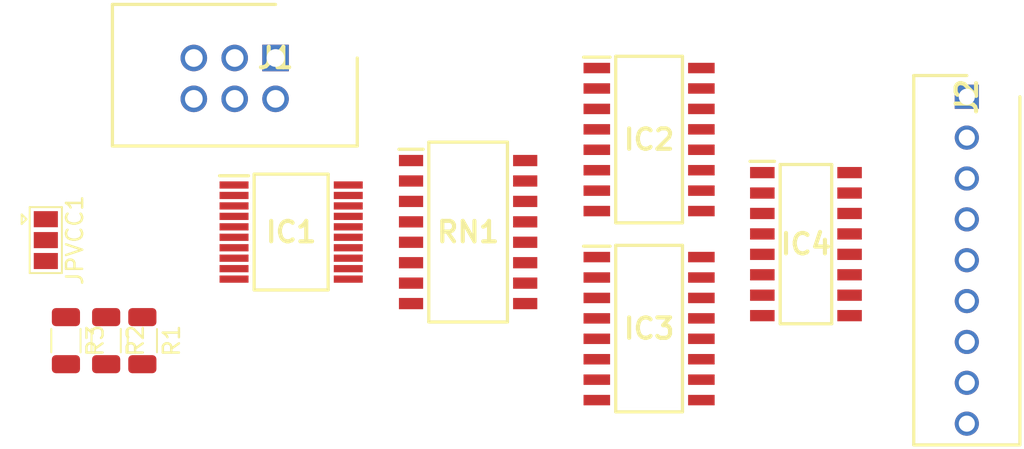
<source format=kicad_pcb>
(kicad_pcb (version 20240108) (generator "pcbnew") (generator_version "8.0")
  (layers (0 "F.Cu" signal) (31 "B.Cu" signal) (34 "B.Paste" user) (35 "F.Paste" user) (36 "B.SilkS" user "B.Silkscreen") (37 "F.SilkS" user "F.Silkscreen") (38 "B.Mask" user) (39 "F.Mask" user) (44 "Edge.Cuts" user))
  (net 0 "")
  (net 1 "+5V")
  (net 2 "Net-(IC1-GP6)")
  (net 3 "Net-(IC1-GP3)")
  (net 5 "Net-(IC1-GP4)")
  (net 6 "SDA")
  (net 7 "Net-(IC1-~{RESET})")
  (net 8 "dual")
  (net 9 "GNDD")
  (net 11 "Net-(IC1-GP1)")
  (net 12 "Net-(IC1-GP2)")
  (net 14 "SCL")
  (net 15 "Net-(IC1-GP5)")
  (net 16 "Net-(IC1-GP0)")
  (net 17 "Net-(IC1-A2)")
  (net 21 "VCC")
  (net 22 "Net-(IC2-EMITTER_3)")
  (net 23 "Net-(IC2-EMITTER_2)")
  (net 24 "Net-(IC3-EMITTER_3)")
  (net 25 "Net-(IC3-EMITTER_4)")
  (net 26 "Net-(IC3-EMITTER_1)")
  (net 27 "Net-(IC3-EMITTER_2)")
  (net 28 "Net-(IC4-7C)")
  (net 29 "Net-(IC4-6C)")
  (net 30 "Net-(IC4-5C)")
  (net 31 "Net-(IC4-E)")
  (net 32 "Net-(IC4-2C)")
  (net 33 "Net-(IC4-3C)")
  (net 34 "Net-(IC4-4C)")
  (net 35 "Net-(JPVCC1-A)")
  (net 36 "Net-(IC2-ANODE_2)")
  (net 37 "Net-(IC2-ANODE_3)")
  (net 38 "Net-(IC3-ANODE_3)")
  (net 39 "Net-(IC3-ANODE_1)")
  (net 40 "Net-(IC3-ANODE_2)")
  (net 41 "Net-(IC3-ANODE_4)")
  (net 42 "Net-(IC4-1C)")
  (net 47 "Net-(IC2-ANODE_4)")
  (net 48 "Net-(IC2-EMITTER_1)")
  (footprint "Samacsys:SOIC127P600X175-16N" (layer "F.Cu") (at 155 96.75)
    (property "Reference" "IC4" (at 0 0 0) (layer "F.SilkS") (effects (font (size 1.27 1.27) (thickness 0.254))))
    (property "Value" "ULN2003ADR" (hide yes))
    (fp_line (start -3.475 -5.145) (end -1.95 -5.145) (stroke (width 0.2)) (layer "F.SilkS"))
    (fp_line (start -1.6 -4.95) (end 1.6 -4.95) (stroke (width 0.2)) (layer "F.SilkS"))
    (fp_line (start -1.6 4.95) (end -1.6 -4.95) (stroke (width 0.2)) (layer "F.SilkS"))
    (fp_line (start 1.6 -4.95) (end 1.6 4.95) (stroke (width 0.2)) (layer "F.SilkS"))
    (fp_line (start 1.6 4.95) (end -1.6 4.95) (stroke (width 0.2)) (layer "F.SilkS"))
    (pad "1" smd rect (at -2.712 -4.445 90) (size 0.7 1.525) (layers "F.Cu" "F.Paste" "F.Mask") (net 22 "Net-(IC2-EMITTER_3)"))
    (pad "2" smd rect (at -2.712 -3.175 90) (size 0.7 1.525) (layers "F.Cu" "F.Paste" "F.Mask") (net 23 "Net-(IC2-EMITTER_2)"))
    (pad "3" smd rect (at -2.712 -1.905 90) (size 0.7 1.525) (layers "F.Cu" "F.Paste" "F.Mask") (net 48 "Net-(IC2-EMITTER_1)"))
    (pad "4" smd rect (at -2.712 -0.635 90) (size 0.7 1.525) (layers "F.Cu" "F.Paste" "F.Mask") (net 25 "Net-(IC3-EMITTER_4)"))
    (pad "5" smd rect (at -2.712 0.635 90) (size 0.7 1.525) (layers "F.Cu" "F.Paste" "F.Mask") (net 24 "Net-(IC3-EMITTER_3)"))
    (pad "6" smd rect (at -2.712 1.905 90) (size 0.7 1.525) (layers "F.Cu" "F.Paste" "F.Mask") (net 27 "Net-(IC3-EMITTER_2)"))
    (pad "7" smd rect (at -2.712 3.175 90) (size 0.7 1.525) (layers "F.Cu" "F.Paste" "F.Mask") (net 26 "Net-(IC3-EMITTER_1)"))
    (pad "8" smd rect (at -2.712 4.445 90) (size 0.7 1.525) (layers "F.Cu" "F.Paste" "F.Mask") (net 31 "Net-(IC4-E)"))
    (pad "9" smd rect (at 2.712 4.445 90) (size 0.7 1.525) (layers "F.Cu" "F.Paste" "F.Mask") (net 21 "VCC"))
    (pad "10" smd rect (at 2.712 3.175 90) (size 0.7 1.525) (layers "F.Cu" "F.Paste" "F.Mask") (net 28 "Net-(IC4-7C)"))
    (pad "11" smd rect (at 2.712 1.905 90) (size 0.7 1.525) (layers "F.Cu" "F.Paste" "F.Mask") (net 29 "Net-(IC4-6C)"))
    (pad "12" smd rect (at 2.712 0.635 90) (size 0.7 1.525) (layers "F.Cu" "F.Paste" "F.Mask") (net 30 "Net-(IC4-5C)"))
    (pad "13" smd rect (at 2.712 -0.635 90) (size 0.7 1.525) (layers "F.Cu" "F.Paste" "F.Mask") (net 34 "Net-(IC4-4C)"))
    (pad "14" smd rect (at 2.712 -1.905 90) (size 0.7 1.525) (layers "F.Cu" "F.Paste" "F.Mask") (net 33 "Net-(IC4-3C)"))
    (pad "15" smd rect (at 2.712 -3.175 90) (size 0.7 1.525) (layers "F.Cu" "F.Paste" "F.Mask") (net 32 "Net-(IC4-2C)"))
    (pad "16" smd rect (at 2.712 -4.445 90) (size 0.7 1.525) (layers "F.Cu" "F.Paste" "F.Mask") (net 42 "Net-(IC4-1C)"))
  )
  (footprint "Samacsys:SOIC127P700X220-16N" (layer "F.Cu") (at 145.25 102)
    (property "Reference" "IC3" (at 0 0 0) (layer "F.SilkS") (effects (font (size 1.27 1.27) (thickness 0.254))))
    (property "Value" "TLP293-4_GB,E" (hide yes))
    (fp_line (start -4.075 -5.12) (end -2.425 -5.12) (stroke (width 0.2)) (layer "F.SilkS"))
    (fp_line (start -2.075 -5.175) (end 2.075 -5.175) (stroke (width 0.2)) (layer "F.SilkS"))
    (fp_line (start -2.075 5.175) (end -2.075 -5.175) (stroke (width 0.2)) (layer "F.SilkS"))
    (fp_line (start 2.075 -5.175) (end 2.075 5.175) (stroke (width 0.2)) (layer "F.SilkS"))
    (fp_line (start 2.075 5.175) (end -2.075 5.175) (stroke (width 0.2)) (layer "F.SilkS"))
    (pad "1" smd rect (at -3.25 -4.445 90) (size 0.65 1.65) (layers "F.Cu" "F.Paste" "F.Mask") (net 39 "Net-(IC3-ANODE_1)"))
    (pad "2" smd rect (at -3.25 -3.175 90) (size 0.65 1.65) (layers "F.Cu" "F.Paste" "F.Mask") (net 9 "GNDD"))
    (pad "3" smd rect (at -3.25 -1.905 90) (size 0.65 1.65) (layers "F.Cu" "F.Paste" "F.Mask") (net 40 "Net-(IC3-ANODE_2)"))
    (pad "4" smd rect (at -3.25 -0.635 90) (size 0.65 1.65) (layers "F.Cu" "F.Paste" "F.Mask") (net 9 "GNDD"))
    (pad "5" smd rect (at -3.25 0.635 90) (size 0.65 1.65) (layers "F.Cu" "F.Paste" "F.Mask") (net 38 "Net-(IC3-ANODE_3)"))
    (pad "6" smd rect (at -3.25 1.905 90) (size 0.65 1.65) (layers "F.Cu" "F.Paste" "F.Mask") (net 9 "GNDD"))
    (pad "7" smd rect (at -3.25 3.175 90) (size 0.65 1.65) (layers "F.Cu" "F.Paste" "F.Mask") (net 41 "Net-(IC3-ANODE_4)"))
    (pad "8" smd rect (at -3.25 4.445 90) (size 0.65 1.65) (layers "F.Cu" "F.Paste" "F.Mask") (net 9 "GNDD"))
    (pad "9" smd rect (at 3.25 4.445 90) (size 0.65 1.65) (layers "F.Cu" "F.Paste" "F.Mask") (net 26 "Net-(IC3-EMITTER_1)"))
    (pad "10" smd rect (at 3.25 3.175 90) (size 0.65 1.65) (layers "F.Cu" "F.Paste" "F.Mask") (net 21 "VCC"))
    (pad "11" smd rect (at 3.25 1.905 90) (size 0.65 1.65) (layers "F.Cu" "F.Paste" "F.Mask") (net 27 "Net-(IC3-EMITTER_2)"))
    (pad "12" smd rect (at 3.25 0.635 90) (size 0.65 1.65) (layers "F.Cu" "F.Paste" "F.Mask") (net 21 "VCC"))
    (pad "13" smd rect (at 3.25 -0.635 90) (size 0.65 1.65) (layers "F.Cu" "F.Paste" "F.Mask") (net 24 "Net-(IC3-EMITTER_3)"))
    (pad "14" smd rect (at 3.25 -1.905 90) (size 0.65 1.65) (layers "F.Cu" "F.Paste" "F.Mask") (net 21 "VCC"))
    (pad "15" smd rect (at 3.25 -3.175 90) (size 0.65 1.65) (layers "F.Cu" "F.Paste" "F.Mask") (net 25 "Net-(IC3-EMITTER_4)"))
    (pad "16" smd rect (at 3.25 -4.445 90) (size 0.65 1.65) (layers "F.Cu" "F.Paste" "F.Mask") (net 21 "VCC"))
  )
  (footprint "Samacsys:SHDR6W64P254_2X3_1522X880X920P" (layer "F.Cu") (at 122.03 85.18 180)
    (property "Reference" "J1" (at 0 0 0) (layer "F.SilkS") (effects (font (size 1.27 1.27) (thickness 0.254))))
    (property "Value" "BHR-06-VUA" (hide yes))
    (fp_line (start 10.14 3.33) (end 10.14 -5.47) (stroke (width 0.2)) (layer "F.SilkS"))
    (fp_line (start 10.14 -5.47) (end -5.08 -5.47) (stroke (width 0.2)) (layer "F.SilkS"))
    (fp_line (start 0 3.33) (end 10.14 3.33) (stroke (width 0.2)) (layer "F.SilkS"))
    (fp_line (start -5.08 -5.47) (end -5.08 0) (stroke (width 0.2)) (layer "F.SilkS"))
    (pad "1" thru_hole rect (at 0 0 180) (size 1.65 1.65) (drill 1.1) (layers "*.Cu" "*.Mask") (net 1 "+5V"))
    (pad "2" thru_hole circle (at 0 -2.54 180) (size 1.65 1.65) (drill 1.1) (layers "*.Cu" "*.Mask") (net 1 "+5V"))
    (pad "3" thru_hole circle (at 2.54 0 180) (size 1.65 1.65) (drill 1.1) (layers "*.Cu" "*.Mask") (net 9 "GNDD"))
    (pad "4" thru_hole circle (at 2.54 -2.54 180) (size 1.65 1.65) (drill 1.1) (layers "*.Cu" "*.Mask") (net 9 "GNDD"))
    (pad "5" thru_hole circle (at 5.08 0 180) (size 1.65 1.65) (drill 1.1) (layers "*.Cu" "*.Mask") (net 14 "SCL"))
    (pad "6" thru_hole circle (at 5.08 -2.54 180) (size 1.65 1.65) (drill 1.1) (layers "*.Cu" "*.Mask") (net 6 "SDA"))
  )
  (footprint "Resistor_SMD:R_1206_3216Metric" (layer "F.Cu") (at 113.75 102.75 -90)
    (property "Reference" "R1" (at 0 -1.82 90) (layer "F.SilkS"))
    (property "Value" "4.7k")
    (fp_line (start -0.727064 0.91) (end 0.727064 0.91) (stroke (width 0.12)) (layer "F.SilkS"))
    (fp_line (start -0.727064 -0.91) (end 0.727064 -0.91) (stroke (width 0.12)) (layer "F.SilkS"))
    (pad "1" smd roundrect (at -1.4625 0 270) (size 1.125 1.75) (layers "F.Cu" "F.Paste" "F.Mask") (roundrect_rratio 0.222222) (net 17 "Net-(IC1-A2)"))
    (pad "2" smd roundrect (at 1.4625 0 270) (size 1.125 1.75) (layers "F.Cu" "F.Paste" "F.Mask") (roundrect_rratio 0.222222) (net 1 "+5V"))
  )
  (footprint "Samacsys:HDRV9W82P0X254_1X9_2271X635X1066P" (layer "F.Cu") (at 165 87.59 -90)
    (property "Reference" "J2" (at 0 0 90) (layer "F.SilkS") (effects (font (size 1.27 1.27) (thickness 0.254))))
    (property "Value" "22-23-2091" (hide yes))
    (fp_line (start -1.32 3.3) (end 21.64 3.3) (stroke (width 0.2)) (layer "F.SilkS"))
    (fp_line (start 21.64 3.3) (end 21.64 -3.3) (stroke (width 0.2)) (layer "F.SilkS"))
    (fp_line (start -1.32 0) (end -1.32 3.3) (stroke (width 0.2)) (layer "F.SilkS"))
    (fp_line (start 21.64 -3.3) (end 0 -3.3) (stroke (width 0.2)) (layer "F.SilkS"))
    (pad "1" thru_hole rect (at 0 0 270) (size 1.5 1.5) (drill 1) (layers "*.Cu" "*.Mask") (net 21 "VCC"))
    (pad "2" thru_hole circle (at 2.54 0 270) (size 1.5 1.5) (drill 1) (layers "*.Cu" "*.Mask") (net 31 "Net-(IC4-E)"))
    (pad "3" thru_hole circle (at 5.08 0 270) (size 1.5 1.5) (drill 1) (layers "*.Cu" "*.Mask") (net 42 "Net-(IC4-1C)"))
    (pad "4" thru_hole circle (at 7.62 0 270) (size 1.5 1.5) (drill 1) (layers "*.Cu" "*.Mask") (net 32 "Net-(IC4-2C)"))
    (pad "5" thru_hole circle (at 10.16 0 270) (size 1.5 1.5) (drill 1) (layers "*.Cu" "*.Mask") (net 33 "Net-(IC4-3C)"))
    (pad "6" thru_hole circle (at 12.7 0 270) (size 1.5 1.5) (drill 1) (layers "*.Cu" "*.Mask") (net 34 "Net-(IC4-4C)"))
    (pad "7" thru_hole circle (at 15.24 0 270) (size 1.5 1.5) (drill 1) (layers "*.Cu" "*.Mask") (net 30 "Net-(IC4-5C)"))
    (pad "8" thru_hole circle (at 17.78 0 270) (size 1.5 1.5) (drill 1) (layers "*.Cu" "*.Mask") (net 29 "Net-(IC4-6C)"))
    (pad "9" thru_hole circle (at 20.32 0 270) (size 1.5 1.5) (drill 1) (layers "*.Cu" "*.Mask") (net 28 "Net-(IC4-7C)"))
  )
  (footprint "Resistor_SMD:R_1206_3216Metric" (layer "F.Cu") (at 109 102.75 -90)
    (property "Reference" "R3" (at 0 -1.82 90) (layer "F.SilkS"))
    (property "Value" "4.7k")
    (fp_line (start -0.727064 0.91) (end 0.727064 0.91) (stroke (width 0.12)) (layer "F.SilkS"))
    (fp_line (start -0.727064 -0.91) (end 0.727064 -0.91) (stroke (width 0.12)) (layer "F.SilkS"))
    (pad "1" smd roundrect (at -1.4625 0 270) (size 1.125 1.75) (layers "F.Cu" "F.Paste" "F.Mask") (roundrect_rratio 0.222222) (net 35 "Net-(JPVCC1-A)"))
    (pad "2" smd roundrect (at 1.4625 0 270) (size 1.125 1.75) (layers "F.Cu" "F.Paste" "F.Mask") (roundrect_rratio 0.222222) (net 1 "+5V"))
  )
  (footprint "Samacsys:SOP65P780X200-20N" (layer "F.Cu") (at 123 96)
    (property "Reference" "IC1" (at 0 0 0) (layer "F.SilkS") (effects (font (size 1.27 1.27) (thickness 0.254))))
    (property "Value" "MCP23008T-E_SS" (hide yes))
    (fp_line (start -4.45 -3.5) (end -2.65 -3.5) (stroke (width 0.2)) (layer "F.SilkS"))
    (fp_line (start -2.3 -3.6) (end 2.3 -3.6) (stroke (width 0.2)) (layer "F.SilkS"))
    (fp_line (start -2.3 3.6) (end -2.3 -3.6) (stroke (width 0.2)) (layer "F.SilkS"))
    (fp_line (start 2.3 -3.6) (end 2.3 3.6) (stroke (width 0.2)) (layer "F.SilkS"))
    (fp_line (start 2.3 3.6) (end -2.3 3.6) (stroke (width 0.2)) (layer "F.SilkS"))
    (pad "1" smd rect (at -3.55 -2.925 90) (size 0.45 1.8) (layers "F.Cu" "F.Paste" "F.Mask") (net 14 "SCL"))
    (pad "2" smd rect (at -3.55 -2.275 90) (size 0.45 1.8) (layers "F.Cu" "F.Paste" "F.Mask") (net 6 "SDA"))
    (pad "3" smd rect (at -3.55 -1.625 90) (size 0.45 1.8) (layers "F.Cu" "F.Paste" "F.Mask") (net 17 "Net-(IC1-A2)"))
    (pad "4" smd rect (at -3.55 -0.975 90) (size 0.45 1.8) (layers "F.Cu" "F.Paste" "F.Mask") (net 9 "GNDD"))
    (pad "5" smd rect (at -3.55 -0.325 90) (size 0.45 1.8) (layers "F.Cu" "F.Paste" "F.Mask") (net 8 "dual"))
    (pad "6" smd rect (at -3.55 0.325 90) (size 0.45 1.8) (layers "F.Cu" "F.Paste" "F.Mask") (net 7 "Net-(IC1-~{RESET})"))
    (pad "7" smd rect (at -3.55 0.975 90) (size 0.45 1.8) (layers "F.Cu" "F.Paste" "F.Mask"))
    (pad "8" smd rect (at -3.55 1.625 90) (size 0.45 1.8) (layers "F.Cu" "F.Paste" "F.Mask"))
    (pad "9" smd rect (at -3.55 2.275 90) (size 0.45 1.8) (layers "F.Cu" "F.Paste" "F.Mask"))
    (pad "10" smd rect (at -3.55 2.925 90) (size 0.45 1.8) (layers "F.Cu" "F.Paste" "F.Mask"))
    (pad "11" smd rect (at 3.55 2.925 90) (size 0.45 1.8) (layers "F.Cu" "F.Paste" "F.Mask"))
    (pad "12" smd rect (at 3.55 2.275 90) (size 0.45 1.8) (layers "F.Cu" "F.Paste" "F.Mask") (net 16 "Net-(IC1-GP0)"))
    (pad "13" smd rect (at 3.55 1.625 90) (size 0.45 1.8) (layers "F.Cu" "F.Paste" "F.Mask") (net 11 "Net-(IC1-GP1)"))
    (pad "14" smd rect (at 3.55 0.975 90) (size 0.45 1.8) (layers "F.Cu" "F.Paste" "F.Mask") (net 12 "Net-(IC1-GP2)"))
    (pad "15" smd rect (at 3.55 0.325 90) (size 0.45 1.8) (layers "F.Cu" "F.Paste" "F.Mask") (net 3 "Net-(IC1-GP3)"))
    (pad "16" smd rect (at 3.55 -0.325 90) (size 0.45 1.8) (layers "F.Cu" "F.Paste" "F.Mask") (net 5 "Net-(IC1-GP4)"))
    (pad "17" smd rect (at 3.55 -0.975 90) (size 0.45 1.8) (layers "F.Cu" "F.Paste" "F.Mask") (net 15 "Net-(IC1-GP5)"))
    (pad "18" smd rect (at 3.55 -1.625 90) (size 0.45 1.8) (layers "F.Cu" "F.Paste" "F.Mask") (net 2 "Net-(IC1-GP6)"))
    (pad "19" smd rect (at 3.55 -2.275 90) (size 0.45 1.8) (layers "F.Cu" "F.Paste" "F.Mask"))
    (pad "20" smd rect (at 3.55 -2.925 90) (size 0.45 1.8) (layers "F.Cu" "F.Paste" "F.Mask") (net 1 "+5V"))
  )
  (footprint "Samacsys:SOIC127P762X240-16N" (layer "F.Cu") (at 134 96)
    (property "Reference" "RN1" (at 0 0 0) (layer "F.SilkS") (effects (font (size 1.27 1.27) (thickness 0.254))))
    (property "Value" "4816P-1-221LF" (hide yes))
    (fp_line (start -4.3 -5.145) (end -2.795 -5.145) (stroke (width 0.2)) (layer "F.SilkS"))
    (fp_line (start -2.445 -5.59) (end 2.445 -5.59) (stroke (width 0.2)) (layer "F.SilkS"))
    (fp_line (start -2.445 5.59) (end -2.445 -5.59) (stroke (width 0.2)) (layer "F.SilkS"))
    (fp_line (start 2.445 -5.59) (end 2.445 5.59) (stroke (width 0.2)) (layer "F.SilkS"))
    (fp_line (start 2.445 5.59) (end -2.445 5.59) (stroke (width 0.2)) (layer "F.SilkS"))
    (pad "1" smd rect (at -3.548 -4.445 90) (size 0.7 1.505) (layers "F.Cu" "F.Paste" "F.Mask"))
    (pad "2" smd rect (at -3.548 -3.175 90) (size 0.7 1.505) (layers "F.Cu" "F.Paste" "F.Mask") (net 2 "Net-(IC1-GP6)"))
    (pad "3" smd rect (at -3.548 -1.905 90) (size 0.7 1.505) (layers "F.Cu" "F.Paste" "F.Mask") (net 15 "Net-(IC1-GP5)"))
    (pad "4" smd rect (at -3.548 -0.635 90) (size 0.7 1.505) (layers "F.Cu" "F.Paste" "F.Mask") (net 5 "Net-(IC1-GP4)"))
    (pad "5" smd rect (at -3.548 0.635 90) (size 0.7 1.505) (layers "F.Cu" "F.Paste" "F.Mask") (net 3 "Net-(IC1-GP3)"))
    (pad "6" smd rect (at -3.548 1.905 90) (size 0.7 1.505) (layers "F.Cu" "F.Paste" "F.Mask") (net 12 "Net-(IC1-GP2)"))
    (pad "7" smd rect (at -3.548 3.175 90) (size 0.7 1.505) (layers "F.Cu" "F.Paste" "F.Mask") (net 11 "Net-(IC1-GP1)"))
    (pad "8" smd rect (at -3.548 4.445 90) (size 0.7 1.505) (layers "F.Cu" "F.Paste" "F.Mask") (net 16 "Net-(IC1-GP0)"))
    (pad "9" smd rect (at 3.548 4.445 90) (size 0.7 1.505) (layers "F.Cu" "F.Paste" "F.Mask") (net 41 "Net-(IC3-ANODE_4)"))
    (pad "10" smd rect (at 3.548 3.175 90) (size 0.7 1.505) (layers "F.Cu" "F.Paste" "F.Mask") (net 38 "Net-(IC3-ANODE_3)"))
    (pad "11" smd rect (at 3.548 1.905 90) (size 0.7 1.505) (layers "F.Cu" "F.Paste" "F.Mask") (net 40 "Net-(IC3-ANODE_2)"))
    (pad "12" smd rect (at 3.548 0.635 90) (size 0.7 1.505) (layers "F.Cu" "F.Paste" "F.Mask") (net 39 "Net-(IC3-ANODE_1)"))
    (pad "13" smd rect (at 3.548 -0.635 90) (size 0.7 1.505) (layers "F.Cu" "F.Paste" "F.Mask") (net 47 "Net-(IC2-ANODE_4)"))
    (pad "14" smd rect (at 3.548 -1.905 90) (size 0.7 1.505) (layers "F.Cu" "F.Paste" "F.Mask") (net 37 "Net-(IC2-ANODE_3)"))
    (pad "15" smd rect (at 3.548 -3.175 90) (size 0.7 1.505) (layers "F.Cu" "F.Paste" "F.Mask") (net 36 "Net-(IC2-ANODE_2)"))
    (pad "16" smd rect (at 3.548 -4.445 90) (size 0.7 1.505) (layers "F.Cu" "F.Paste" "F.Mask"))
  )
  (footprint "Jumper:SolderJumper-3_P1.3mm_Open_Pad1.0x1.5mm" (layer "F.Cu") (at 107.75 96.5 -90)
    (property "Reference" "JPVCC1" (at 0 -1.8 90) (layer "F.SilkS"))
    (property "Value" "VCC")
    (fp_line (start -1.6 1.5) (end -1 1.5) (stroke (width 0.12)) (layer "F.SilkS"))
    (fp_line (start -1.3 1.2) (end -1.6 1.5) (stroke (width 0.12)) (layer "F.SilkS"))
    (fp_line (start -1.3 1.2) (end -1 1.5) (stroke (width 0.12)) (layer "F.SilkS"))
    (fp_line (start -2.05 1) (end -2.05 -1) (stroke (width 0.12)) (layer "F.SilkS"))
    (fp_line (start 2.05 1) (end -2.05 1) (stroke (width 0.12)) (layer "F.SilkS"))
    (fp_line (start -2.05 -1) (end 2.05 -1) (stroke (width 0.12)) (layer "F.SilkS"))
    (fp_line (start 2.05 -1) (end 2.05 1) (stroke (width 0.12)) (layer "F.SilkS"))
    (pad "1" smd rect (at -1.3 0 270) (size 1 1.5) (layers "F.Cu" "F.Mask") (net 35 "Net-(JPVCC1-A)"))
    (pad "2" smd rect (at 0 0 270) (size 1 1.5) (layers "F.Cu" "F.Mask") (net 8 "dual"))
    (pad "3" smd rect (at 1.3 0 270) (size 1 1.5) (layers "F.Cu" "F.Mask") (net 9 "GNDD"))
  )
  (footprint "Samacsys:SOIC127P700X220-16N" (layer "F.Cu") (at 145.25 90.25)
    (property "Reference" "IC2" (at 0 0 0) (layer "F.SilkS") (effects (font (size 1.27 1.27) (thickness 0.254))))
    (property "Value" "TLP293-4_GB,E" (hide yes))
    (fp_line (start -4.075 -5.12) (end -2.425 -5.12) (stroke (width 0.2)) (layer "F.SilkS"))
    (fp_line (start -2.075 -5.175) (end 2.075 -5.175) (stroke (width 0.2)) (layer "F.SilkS"))
    (fp_line (start -2.075 5.175) (end -2.075 -5.175) (stroke (width 0.2)) (layer "F.SilkS"))
    (fp_line (start 2.075 -5.175) (end 2.075 5.175) (stroke (width 0.2)) (layer "F.SilkS"))
    (fp_line (start 2.075 5.175) (end -2.075 5.175) (stroke (width 0.2)) (layer "F.SilkS"))
    (pad "1" smd rect (at -3.25 -4.445 90) (size 0.65 1.65) (layers "F.Cu" "F.Paste" "F.Mask"))
    (pad "2" smd rect (at -3.25 -3.175 90) (size 0.65 1.65) (layers "F.Cu" "F.Paste" "F.Mask"))
    (pad "3" smd rect (at -3.25 -1.905 90) (size 0.65 1.65) (layers "F.Cu" "F.Paste" "F.Mask") (net 36 "Net-(IC2-ANODE_2)"))
    (pad "4" smd rect (at -3.25 -0.635 90) (size 0.65 1.65) (layers "F.Cu" "F.Paste" "F.Mask") (net 9 "GNDD"))
    (pad "5" smd rect (at -3.25 0.635 90) (size 0.65 1.65) (layers "F.Cu" "F.Paste" "F.Mask") (net 37 "Net-(IC2-ANODE_3)"))
    (pad "6" smd rect (at -3.25 1.905 90) (size 0.65 1.65) (layers "F.Cu" "F.Paste" "F.Mask") (net 9 "GNDD"))
    (pad "7" smd rect (at -3.25 3.175 90) (size 0.65 1.65) (layers "F.Cu" "F.Paste" "F.Mask") (net 47 "Net-(IC2-ANODE_4)"))
    (pad "8" smd rect (at -3.25 4.445 90) (size 0.65 1.65) (layers "F.Cu" "F.Paste" "F.Mask") (net 9 "GNDD"))
    (pad "9" smd rect (at 3.25 4.445 90) (size 0.65 1.65) (layers "F.Cu" "F.Paste" "F.Mask") (net 48 "Net-(IC2-EMITTER_1)"))
    (pad "10" smd rect (at 3.25 3.175 90) (size 0.65 1.65) (layers "F.Cu" "F.Paste" "F.Mask") (net 21 "VCC"))
    (pad "11" smd rect (at 3.25 1.905 90) (size 0.65 1.65) (layers "F.Cu" "F.Paste" "F.Mask") (net 23 "Net-(IC2-EMITTER_2)"))
    (pad "12" smd rect (at 3.25 0.635 90) (size 0.65 1.65) (layers "F.Cu" "F.Paste" "F.Mask") (net 21 "VCC"))
    (pad "13" smd rect (at 3.25 -0.635 90) (size 0.65 1.65) (layers "F.Cu" "F.Paste" "F.Mask") (net 22 "Net-(IC2-EMITTER_3)"))
    (pad "14" smd rect (at 3.25 -1.905 90) (size 0.65 1.65) (layers "F.Cu" "F.Paste" "F.Mask") (net 21 "VCC"))
    (pad "15" smd rect (at 3.25 -3.175 90) (size 0.65 1.65) (layers "F.Cu" "F.Paste" "F.Mask"))
    (pad "16" smd rect (at 3.25 -4.445 90) (size 0.65 1.65) (layers "F.Cu" "F.Paste" "F.Mask"))
  )
  (footprint "Resistor_SMD:R_1206_3216Metric" (layer "F.Cu") (at 111.5 102.75 -90)
    (property "Reference" "R2" (at 0 -1.82 90) (layer "F.SilkS"))
    (property "Value" "4.7k")
    (fp_line (start -0.727064 0.91) (end 0.727064 0.91) (stroke (width 0.12)) (layer "F.SilkS"))
    (fp_line (start -0.727064 -0.91) (end 0.727064 -0.91) (stroke (width 0.12)) (layer "F.SilkS"))
    (pad "1" smd roundrect (at -1.4625 0 270) (size 1.125 1.75) (layers "F.Cu" "F.Paste" "F.Mask") (roundrect_rratio 0.222222) (net 7 "Net-(IC1-~{RESET})"))
    (pad "2" smd roundrect (at 1.4625 0 270) (size 1.125 1.75) (layers "F.Cu" "F.Paste" "F.Mask") (roundrect_rratio 0.222222) (net 1 "+5V"))
  )
)
</source>
